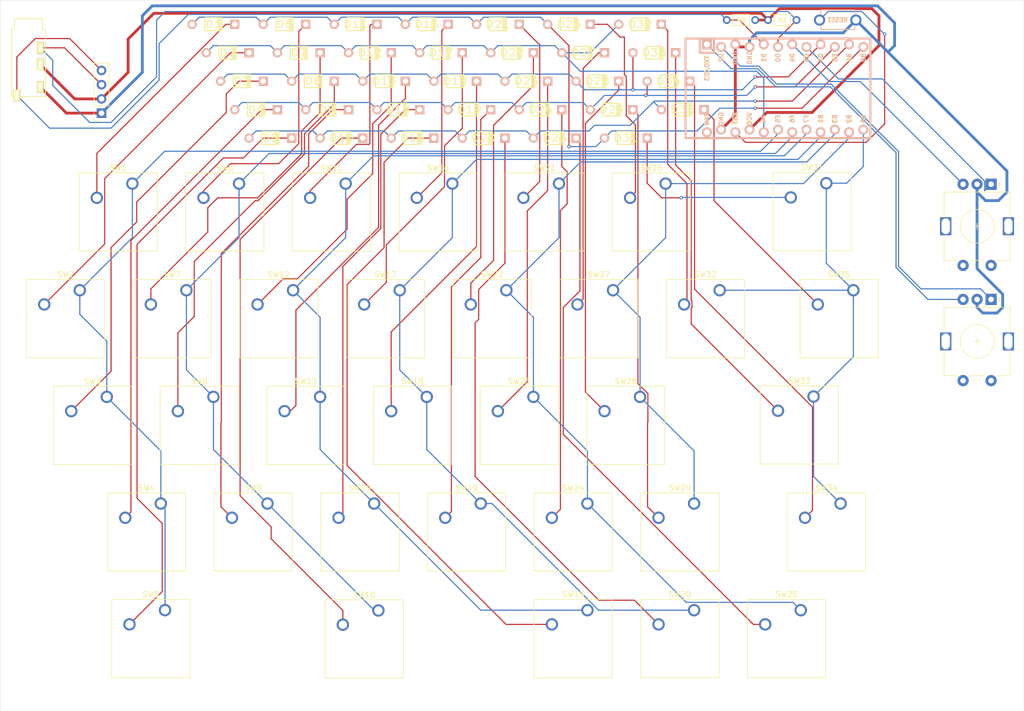
<source format=kicad_pcb>
(kicad_pcb (version 20221018) (generator pcbnew)
  (layers (0 "F.Cu" signal) (31 "B.Cu" signal) (34 "B.Paste" user) (35 "F.Paste" user) (36 "B.SilkS" user "B.Silkscreen") (37 "F.SilkS" user "F.Silkscreen") (38 "B.Mask" user) (39 "F.Mask" user) (44 "Edge.Cuts" user))
  (net 0 "")
  (net 1 "GND")
  (net 2 "VCC")
  (net 3 "SCL")
  (net 4 "reset")
  (net 5 "encE")
  (net 6 "encF")
  (net 7 "encC")
  (net 8 "encD")
  (net 9 "rowB")
  (net 10 "Net-(D3-A)")
  (net 11 "rowC")
  (net 12 "Net-(D4-A)")
  (net 13 "rowD")
  (net 14 "Net-(D5-A)")
  (net 15 "rowE")
  (net 16 "Net-(D6-A)")
  (net 17 "rowA")
  (net 18 "Net-(D7-A)")
  (net 19 "Net-(D8-A)")
  (net 20 "Net-(D9-A)")
  (net 21 "Net-(D10-A)")
  (net 22 "Net-(D11-A)")
  (net 23 "Net-(D12-A)")
  (net 24 "Net-(D13-A)")
  (net 25 "Net-(D14-A)")
  (net 26 "Net-(D15-A)")
  (net 27 "Net-(D16-A)")
  (net 28 "Net-(D17-A)")
  (net 29 "Net-(D18-A)")
  (net 30 "Net-(D19-A)")
  (net 31 "Net-(D20-A)")
  (net 32 "Net-(D21-A)")
  (net 33 "Net-(D22-A)")
  (net 34 "Net-(D23-A)")
  (net 35 "Net-(D24-A)")
  (net 36 "Net-(D25-A)")
  (net 37 "Net-(D26-A)")
  (net 38 "Net-(D27-A)")
  (net 39 "Net-(D28-A)")
  (net 40 "Net-(D29-A)")
  (net 41 "Net-(D32-A)")
  (net 42 "Net-(D33-A)")
  (net 43 "Net-(D34-A)")
  (net 44 "Net-(D35-A)")
  (net 45 "Net-(D31-A)")
  (net 46 "Net-(D1-A)")
  (net 47 "Net-(D2-A)")
  (net 48 "col7")
  (net 49 "col6")
  (net 50 "col5")
  (net 51 "col4")
  (net 52 "col3")
  (net 53 "col2")
  (net 54 "col1")
  (net 56 "SDA")
  (footprint "Library:Diode" (layer "F.Cu") (at 124.46 43.942)
    (fp_text reference "D17")
    (fp_text value "D_Small" hide)
  )
  (footprint "Button_Switch_Keyboard:SW_Cherry_MX_1.00u_PCB" (layer "F.Cu") (at 150.622 124.46)
    (fp_text reference "SW24")
    (fp_text value "KEYSW")
  )
  (footprint "Button_Switch_Keyboard:SW_Cherry_MX_1.00u_PCB" (layer "F.Cu") (at 140.97 105.41)
    (fp_text reference "SW23")
    (fp_text value "KEYSW")
  )
  (footprint "Library:RotaryEncoder_EC11" (layer "F.Cu") (at 220.218 74.93 -90)
    (fp_text reference "ROT2")
    (fp_text value "RotaryEncoder")
  )
  (footprint "Library:Diode" (layer "F.Cu") (at 96.52 38.862)
    (fp_text reference "D6")
    (fp_text value "D_Small" hide)
  )
  (footprint "Button_Switch_Keyboard:SW_Cherry_MX_1.25u_PCB" (layer "F.Cu") (at 113.284 143.5608)
    (fp_text reference "SW10")
    (fp_text value "KEYSW")
  )
  (footprint "Library:Diode" (layer "F.Cu") (at 152.4 49.022)
    (fp_text reference "D28")
    (fp_text value "D_Small" hide)
  )
  (footprint "Connector_PinSocket_2.54mm:PinSocket_1x04_P2.54mm_Vertical" (layer "F.Cu") (at 63.8306 54.727 180)
    (fp_text reference "J1" hide)
    (fp_text value "Conn_01x04")
  )
  (footprint "Button_Switch_Keyboard:SW_Cherry_MX_1.00u_PCB" (layer "F.Cu") (at 169.672 124.46)
    (fp_text reference "SW29")
    (fp_text value "KEYSW")
  )
  (footprint "Button_Switch_Keyboard:SW_Cherry_MX_1.00u_PCB" (layer "F.Cu") (at 136.144 86.36)
    (fp_text reference "SW22")
    (fp_text value "KEYSW")
  )
  (footprint "Library:Diode" (layer "F.Cu") (at 116.84 54.102)
    (fp_text reference "D14")
    (fp_text value "D_Small" hide)
  )
  (footprint "Button_Switch_Keyboard:SW_Cherry_MX_1.00u_PCB" (layer "F.Cu") (at 98.044 86.36)
    (fp_text reference "SW12")
    (fp_text value "KEYSW")
  )
  (footprint "Library:Diode" (layer "F.Cu") (at 111.76 43.942)
    (fp_text reference "D12")
    (fp_text value "D_Small" hide)
  )
  (footprint "Button_Switch_Keyboard:SW_Cherry_MX_1.00u_PCB" (layer "F.Cu") (at 83.82 105.41)
    (fp_text reference "SW8")
    (fp_text value "KEYSW")
  )
  (footprint "Button_Switch_Keyboard:SW_Cherry_MX_1.00u_PCB" (layer "F.Cu") (at 126.492 67.31)
    (fp_text reference "SW16")
    (fp_text value "KEYSW")
  )
  (footprint "Library:Diode" (layer "F.Cu") (at 129.54 54.102)
    (fp_text reference "D19")
    (fp_text value "D_Small" hide)
  )
  (footprint "Keebio-Parts:Diode" (layer "F.Cu") (at 144.78 59.182)
    (fp_text reference "D25")
    (fp_text value "VAL**" hide)
  )
  (footprint "Button_Switch_Keyboard:SW_Cherry_MX_1.00u_PCB" (layer "F.Cu") (at 93.472 124.46)
    (fp_text reference "SW9")
    (fp_text value "KEYSW")
  )
  (footprint "Button_Switch_Keyboard:SW_Cherry_MX_1.00u_PCB" (layer "F.Cu") (at 169.672 143.51)
    (fp_text reference "SW20")
    (fp_text value "KEYSW")
  )
  (footprint "Library:TACT_SWITCH_TVBP06" (layer "F.Cu") (at 195.326 38.1)
    (fp_text reference "SW_A1" hide)
    (fp_text value "SW_PUSH" hide)
  )
  (footprint "Button_Switch_Keyboard:SW_Cherry_MX_1.00u_PCB" (layer "F.Cu") (at 131.572 124.46)
    (fp_text reference "SW19")
    (fp_text value "KEYSW")
  )
  (footprint "Library:Diode" (layer "F.Cu") (at 121.92 38.862)
    (fp_text reference "D16")
    (fp_text value "D_Small" hide)
  )
  (footprint "Library:Diode" (layer "F.Cu") (at 127 49.022)
    (fp_text reference "D18")
    (fp_text value "D_Small" hide)
  )
  (footprint "Keebio-Parts:Diode" (layer "F.Cu") (at 162.56 43.942)
    (fp_text reference "D33")
    (fp_text value "VAL**" hide)
  )
  (footprint "Library:Diode" (layer "F.Cu") (at 104.14 54.102)
    (fp_text reference "D9")
    (fp_text value "D_Small" hide)
  )
  (footprint "Keebio-Parts:Diode" (layer "F.Cu") (at 165.1 49.022)
    (fp_text reference "D34")
    (fp_text value "VAL**" hide)
  )
  (footprint "Library:Diode" (layer "F.Cu") (at 157.48 59.182)
    (fp_text reference "D31")
    (fp_text value "D_Small" hide)
  )
  (footprint "Library:Diode" (layer "F.Cu") (at 101.6 49.022)
    (fp_text reference "D8")
    (fp_text value "D_Small" hide)
  )
  (footprint "Button_Switch_Keyboard:SW_Cherry_MX_1.00u_PCB" (layer "F.Cu") (at 160.02 105.41)
    (fp_text reference "SW28")
    (fp_text value "KEYSW")
  )
  (footprint "Library:Diode" (layer "F.Cu") (at 99.06 43.942)
    (fp_text reference "D7")
    (fp_text value "D_Small" hide)
  )
  (footprint "Library:Diode" (layer "F.Cu") (at 106.68 59.182)
    (fp_text reference "D10")
    (fp_text value "D_Small" hide)
  )
  (footprint "Library:TRRS" (layer "F.Cu") (at 50.8 39.76)
    (fp_text reference "U2" hide)
    (fp_text value "TRRS" hide)
  )
  (footprint "Library:Diode" (layer "F.Cu") (at 139.7 49.022)
    (fp_text reference "D23")
    (fp_text value "D_Small" hide)
  )
  (footprint "Library:RESISTOR" (layer "F.Cu") (at 185.42 38.1 180)
    (fp_text reference "R1")
    (fp_text value "4.7k" hide)
  )
  (footprint "Button_Switch_Keyboard:SW_Cherry_MX_1.75u_PCB" (layer "F.Cu") (at 195.834 124.46)
    (fp_text reference "SW34")
    (fp_text value "KEYSW")
  )
  (footprint "Library:Diode" (layer "F.Cu") (at 88.9 49.022)
    (fp_text reference "D3")
    (fp_text value "D_Small" hide)
  )
  (footprint "Library:Diode" (layer "F.Cu") (at 142.24 54.102)
    (fp_text reference "D24")
    (fp_text value "D_Small" hide)
  )
  (footprint "Library:Diode" (layer "F.Cu") (at 86.36 43.942)
    (fp_text reference "D2")
    (fp_text value "D_Small" hide)
  )
  (footprint "Button_Switch_Keyboard:SW_Cherry_MX_1.00u_PCB" (layer "F.Cu") (at 188.722 143.51)
    (fp_text reference "SW25")
    (fp_text value "KEYSW")
  )
  (footprint "Button_Switch_Keyboard:SW_Cherry_MX_1.00u_PCB" (layer "F.Cu") (at 74.422 124.46)
    (fp_text reference "SW4")
    (fp_text value "KEYSW")
  )
  (footprint "Library:RESISTOR" (layer "F.Cu") (at 178.054 38.1 180)
    (fp_text reference "R2")
    (fp_text value "4.7k" hide)
  )
  (footprint "Button_Switch_Keyboard:SW_Cherry_MX_1.00u_PCB" (layer "F.Cu") (at 164.592 67.31)
    (fp_text reference "SW26")
    (fp_text value "KEYSW")
  )
  (footprint "Library:Diode" (layer "F.Cu") (at 91.44 54.102)
    (fp_text reference "D4")
    (fp_text value "D_Small" hide)
  )
  (footprint "Button_Switch_Keyboard:SW_Cherry_MX_1.00u_PCB" (layer "F.Cu") (at 150.622 143.51)
    (fp_text reference "SW15")
    (fp_text value "KEYSW")
  )
  (footprint "Button_Switch_Keyboard:SW_Cherry_MX_2.75u_PCB" (layer "F.Cu") (at 75.1712 143.4996)
    (fp_text reference "SW5")
    (fp_text value "KEYSW")
  )
  (footprint "Keebio-Parts:Diode" (layer "F.Cu") (at 167.64 54.102)
    (fp_text reference "D35")
    (fp_text value "VAL**" hide)
  )
  (footprint "Library:Diode" (layer "F.Cu") (at 119.38 59.182)
    (fp_text reference "D15")
    (fp_text value "D_Small" hide)
  )
  (footprint "Library:Diode" (layer "F.Cu") (at 93.98 59.182)
    (fp_text reference "D5")
    (fp_text value "D_Small" hide)
  )
  (footprint "Button_Switch_Keyboard:SW_Cherry_MX_1.00u_PCB" (layer "F.Cu") (at 174.244 86.36)
    (fp_text reference "SW32")
    (fp_text value "KEYSW")
  )
  (footprint "Button_Switch_Keyboard:SW_Cherry_MX_1.00u_PCB" (layer "F.Cu") (at 145.542 67.31)
    (fp_text reference "SW21")
    (fp_text value "KEYSW")
  )
  (footprint "Library:Diode" (layer "F.Cu") (at 109.22 38.862)
    (fp_text reference "D11")
    (fp_text value "D_Small" hide)
  )
  (footprint "Button_Switch_Keyboard:SW_Cherry_MX_1.00u_PCB" (layer "F.Cu") (at 155.194 86.36)
    (fp_text reference "SW27")
    (fp_text value "KEYSW")
  )
  (footprint "Button_Switch_Keyboard:SW_Cherry_MX_1.00u_PCB" (layer "F.Cu") (at 121.92 105.41)
    (fp_text reference "SW18")
    (fp_text value "KEYSW")
  )
  (footprint "Library:Diode" (layer "F.Cu") (at 149.86 43.942)
    (fp_text reference "D27")
    (fp_text value "D_Small" hide)
  )
  (footprint "Button_Switch_Keyboard:SW_Cherry_MX_1.50u_PCB" (layer "F.Cu") (at 198.12 86.36)
    (fp_text reference "SW35")
    (fp_text value "KEYSW")
  )
  (footprint "Button_Switch_Keyboard:SW_Cherry_MX_2.00u_PCB" (layer "F.Cu") (at 193.294 67.244)
    (fp_text reference "SW31")
    (fp_text value "KEYSW")
  )
  (footprint "Library:Diode" (layer "F.Cu") (at 154.94 54.102)
    (fp_text reference "D29")
    (fp_text value "D_Small" hide)
  )
  (footprint "Button_Switch_Keyboard:SW_Cherry_MX_1.00u_PCB" (layer "F.Cu") (at 107.442 67.31)
    (fp_text reference "SW11")
    (fp_text value "KEYSW")
  )
  (footprint "Button_Switch_Keyboard:SW_Cherry_MX_1.00u_PCB" (layer "F.Cu") (at 112.522 124.46)
    (fp_text reference "SW14")
    (fp_text value "KEYSW")
  )
  (footprint "Library:Diode" (layer "F.Cu") (at 147.32 38.862)
    (fp_text reference "D26")
    (fp_text value "D_Small" hide)
  )
  (footprint "Library:Diode" (layer "F.Cu") (at 114.3 49.022)
    (fp_text reference "D13")
    (fp_text value "D_Small" hide)
  )
  (footprint "Library:Diode" (layer "F.Cu") (at 132.08 59.182)
    (fp_text reference "D20")
    (fp_text value "D_Small" hide)
  )
  (footprint "Library:RotaryEncoder_EC11" (layer "F.Cu") (at 220.218 95.504 -90)
    (fp_text reference "ROT1")
    (fp_text value "RotaryEncoder")
  )
  (footprint "Button_Switch_Keyboard:SW_Cherry_MX_2.25u_PCB" (layer "F.Cu") (at 191.008 105.344)
    (fp_text reference "SW33")
    (fp_text value "KEYSW")
  )
  (footprint "Button_Switch_Keyboard:SW_Cherry_MX_1.00u_PCB" (layer "F.Cu") (at 64.77 105.41)
    (fp_text reference "SW3")
    (fp_text value "KEYSW")
  )
  (footprint "Keebio-Parts:Diode" (layer "F.Cu") (at 160.02 38.862)
    (fp_text reference "D32")
    (fp_text value "VAL**" hide)
  )
  (footprint "Button_Switch_Keyboard:SW_Cherry_MX_1.00u_PCB" (layer "F.Cu") (at 88.392 67.31)
    (fp_text reference "SW6")
    (fp_text value "KEYSW")
  )
  (footprint "Button_Switch_Keyboard:SW_Cherry_MX_1.00u_PCB" (layer "F.Cu") (at 102.87 105.41)
    (fp_text reference "SW13")
    (fp_text value "KEYSW")
  )
  (footprint "Button_Switch_Keyboard:SW_Cherry_MX_1.00u_PCB" (layer "F.Cu") (at 69.342 67.31)
    (fp_text reference "SW1")
    (fp_text value "KEYSW")
  )
  (footprint "Library:Diode" (layer "F.Cu") (at 134.62 38.862)
    (fp_text reference "D21")
    (fp_text value "D_Small" hide)
  )
  (footprint "Button_Switch_Keyboard:SW_Cherry_MX_1.00u_PCB" (layer "F.Cu") (at 59.944 86.36)
    (fp_text reference "SW2")
    (fp_text value "KEYSW")
  )
  (footprint "Library:Diode" (layer "F.Cu") (at 137.16 43.942)
    (fp_text reference "D22")
    (fp_text value "D_Small" hide)
  )
  (footprint "Button_Switch_Keyboard:SW_Cherry_MX_1.00u_PCB" (layer "F.Cu") (at 78.994 86.36)
    (fp_text reference "SW7")
    (fp_text value "KEYSW")
  )
  (footprint "Button_Switch_Keyboard:SW_Cherry_MX_1.00u_PCB" (layer "F.Cu") (at 117.094 86.36)
    (fp_text reference "SW17")
    (fp_text value "KEYSW")
  )
  (footprint "Library:Diode" (layer "F.Cu") (at 83.82 38.862)
    (fp_text reference "D1")
    (fp_text value "D_Small" hide)
  )
  (footprint "Keebio-Parts:ArduinoProMicro-ZigZag" (layer "B.Cu") (at 185.928 50.292)
    (fp_text reference "U1" hide)
    (fp_text value "ProMicro" hide)
  )
  (gr_line (start 45.72 34.544) (end 228.6 34.544) (stroke (width 0.05)) (layer "Edge.Cuts"))
  (gr_line (start 228.6 34.544) (end 228.6 161.544) (stroke (width 0.05)) (layer "Edge.Cuts"))
  (gr_line (start 228.6 161.544) (end 45.72 161.544) (stroke (width 0.05)) (layer "Edge.Cuts"))
  (gr_line (start 45.72 161.544) (end 45.72 34.544) (stroke (width 0.05)) (layer "Edge.Cuts"))
  (segment (start 174.498 57.6834) (end 177.038 55.1434) (width 0.5) (layer "F.Cu") (net 1))
  (segment (start 179.1208 42.4434) (end 179.578 42.9006) (width 0.2) (layer "F.Cu") (net 1))
  (segment (start 177.038 55.1434) (end 177.038 44.958) (width 0.5) (layer "F.Cu") (net 1))
  (segment (start 177.038 44.958) (end 177.038 42.4434) (width 0.5) (layer "F.Cu") (net 1))
  (segment (start 177.4952 42.9006) (end 179.578 42.9006) (width 0.5) (layer "F.Cu") (net 1))
  (segment (start 177.4952 42.9006) (end 177.038 42.4434) (width 0.2) (layer "F.Cu") (net 1))
  (segment (start 57.567 54.727) (end 52.9 50.06) (width 0.5) (layer "F.Cu") (net 1))
  (segment (start 63.8306 54.727) (end 57.567 54.727) (width 0.5) (layer "F.Cu") (net 1))
  (segment (start 224.79 87.068) (end 224.79 89.408) (width 0.5) (layer "B.Cu") (net 1))
  (segment (start 72.898 35.56) (end 71.12 37.338) (width 0.5) (layer "B.Cu") (net 1))
  (segment (start 196.443 40.233) (end 196.29 40.386) (width 0.5) (layer "B.Cu") (net 1))
  (segment (start 220.218 67.43) (end 220.218 82.496) (width 0.5) (layer "B.Cu") (net 1))
  (segment (start 221.731787 70.358) (end 220.218 68.844213) (width 0.5) (layer "B.Cu") (net 1))
  (segment (start 205.486 42.672) (end 205.486 38.608) (width 0.5) (layer "B.Cu") (net 1))
  (segment (start 204.317 43.841) (end 225.552 65.076) (width 0.5) (layer "B.Cu") (net 1))
  (segment (start 224.79 89.408) (end 223.774 90.424) (width 0.5) (layer "B.Cu") (net 1))
  (segment (start 224.028 70.358) (end 221.731787 70.358) (width 0.5) (layer "B.Cu") (net 1))
  (segment (start 198.576 38.1) (end 204.317 43.841) (width 0.5) (layer "B.Cu") (net 1))
  (segment (start 179.578 41.656) (end 179.578 42.9006) (width 0.5) (layer "B.Cu") (net 1))
  (segment (start 225.552 65.076) (end 225.552 68.834) (width 0.5) (layer "B.Cu") (net 1))
  (segment (start 220.218 82.496) (end 224.79 87.068) (width 0.5) (layer "B.Cu") (net 1))
  (segment (start 196.29 40.386) (end 180.848 40.386) (width 0.5) (layer "B.Cu") (net 1))
  (segment (start 71.12 37.338) (end 71.12 47.4376) (width 0.5) (layer "B.Cu") (net 1))
  (segment (start 204.317 43.841) (end 205.486 42.672) (width 0.5) (layer "B.Cu") (net 1))
  (segment (start 71.12 47.4376) (end 63.8306 54.727) (width 0.5) (layer "B.Cu") (net 1))
  (segment (start 220.218 89.418213) (end 220.218 88.004) (width 0.5) (layer "B.Cu") (net 1))
  (segment (start 220.218 68.844213) (end 220.218 67.43) (width 0.5) (layer "B.Cu") (net 1))
  (segment (start 180.848 40.386) (end 179.578 41.656) (width 0.5) (layer "B.Cu") (net 1))
  (segment (start 223.774 90.424) (end 221.223787 90.424) (width 0.5) (layer "B.Cu") (net 1))
  (segment (start 225.552 68.834) (end 224.028 70.358) (width 0.5) (layer "B.Cu") (net 1))
  (segment (start 221.223787 90.424) (end 220.218 89.418213) (width 0.5) (layer "B.Cu") (net 1))
  (segment (start 205.486 38.608) (end 202.438 35.56) (width 0.5) (layer "B.Cu") (net 1))
  (segment (start 198.576 38.1) (end 196.443 40.233) (width 0.5) (layer "B.Cu") (net 1))
  (segment (start 202.438 35.56) (end 72.898 35.56) (width 0.5) (layer "B.Cu") (net 1))
  (segment (start 182.6514 54.61) (end 190.754 54.61) (width 0.5) (layer "F.Cu") (net 2))
  (segment (start 181.6775 36.8975) (end 73.1813 36.8975) (width 0.5) (layer "F.Cu") (net 2))
  (segment (start 201.422 36.068) (end 184.912 36.068) (width 0.5) (layer "F.Cu") (net 2))
  (segment (start 182.88 38.1) (end 180.594 38.1) (width 0.5) (layer "F.Cu") (net 2))
  (segment (start 59.027 52.187) (end 52.9 46.06) (width 0.5) (layer "F.Cu") (net 2))
  (segment (start 190.754 54.61) (end 202.692 42.672) (width 0.5) (layer "F.Cu") (net 2))
  (segment (start 184.912 36.068) (end 182.88 38.1) (width 0.5) (layer "F.Cu") (net 2))
  (segment (start 179.578 57.6834) (end 182.6514 54.61) (width 0.5) (layer "F.Cu") (net 2))
  (segment (start 202.692 37.338) (end 201.422 36.068) (width 0.5) (layer "F.Cu") (net 2))
  (segment (start 202.692 42.672) (end 202.692 37.338) (width 0.5) (layer "F.Cu") (net 2))
  (segment (start 73.1813 36.8975) (end 68.58 41.4988) (width 0.5) (layer "F.Cu") (net 2))
  (segment (start 182.88 38.1) (end 181.6775 36.8975) (width 0.5) (layer "F.Cu") (net 2))
  (segment (start 68.58 41.4988) (end 68.58 47.4376) (width 0.5) (layer "F.Cu") (net 2))
  (segment (start 68.58 47.4376) (end 63.8306 52.187) (width 0.5) (layer "F.Cu") (net 2))
  (segment (start 63.8306 52.187) (end 59.027 52.187) (width 0.5) (layer "F.Cu") (net 2))
  (segment (start 57.2436 43.06) (end 63.8306 49.647) (width 0.2) (layer "F.Cu") (net 3))
  (segment (start 52.9 43.06) (end 57.2436 43.06) (width 0.2) (layer "F.Cu") (net 3))
  (segment (start 187.96 38.1) (end 184.658 41.402) (width 0.2) (layer "F.Cu") (net 3))
  (segment (start 184.658 41.402) (end 184.658 42.9006) (width 0.2) (layer "F.Cu") (net 3))
  (segment (start 187.96 38.1) (end 186.436 36.576) (width 0.2) (layer "B.Cu") (net 3))
  (segment (start 186.436 36.576) (end 75.184 36.576) (width 0.2) (layer "B.Cu") (net 3))
  (segment (start 55.118 45.278) (end 52.9 43.06) (width 0.2) (layer "B.Cu") (net 3))
  (segment (start 55.118 49.784) (end 55.118 45.278) (width 0.2) (layer "B.Cu") (net 3))
  (segment (start 61.722 56.388) (end 55.118 49.784) (width 0.2) (layer "B.Cu") (net 3))
  (segment (start 75.184 36.576) (end 73.66 38.1) (width 0.2) (layer "B.Cu") (net 3))
  (segment (start 73.66 48.26) (end 65.532 56.388) (width 0.2) (layer "B.Cu") (net 3))
  (segment (start 73.66 38.1) (end 73.66 48.26) (width 0.2) (layer "B.Cu") (net 3))
  (segment (start 65.532 56.388) (end 61.722 56.388) (width 0.2) (layer "B.Cu") (net 3))
  (segment (start 178.8414 59.944) (end 200.406 59.944) (width 0.2) (layer "F.Cu") (net 4))
  (segment (start 200.406 59.944) (end 203.708 56.642) (width 0.2) (layer "F.Cu") (net 4))
  (segment (start 203.708 56.642) (end 203.708 40.64) (width 0.2) (layer "F.Cu") (net 4))
  (segment (start 177.038 58.1406) (end 178.8414 59.944) (width 0.2) (layer "F.Cu") (net 4))
  (via (at 203.708 40.64) (size 0.6) (drill 0.3) (layers "F.Cu" "B.Cu") (net 4))
  (segment (start 203.708 40.64) (end 199.644 36.576) (width 0.2) (layer "B.Cu") (net 4))
  (segment (start 193.6 36.576) (end 192.076 38.1) (width 0.2) (layer "B.Cu") (net 4))
  (segment (start 199.644 36.576) (end 193.6 36.576) (width 0.2) (layer "B.Cu") (net 4))
  (segment (start 199.364 49.076) (end 217.718 67.43) (width 0.2) (layer "B.Cu") (net 5))
  (segment (start 193.8306 49.076) (end 199.364 49.076) (width 0.2) (layer "B.Cu") (net 5))
  (segment (start 187.198 42.4434) (end 193.8306 49.076) (width 0.2) (layer "B.Cu") (net 5))
  (segment (start 222.718 67.43) (end 221.572 68.576) (width 0.2) (layer "B.Cu") (net 6))
  (segment (start 195.4594 48.622) (end 189.738 42.9006) (width 0.2) (layer "B.Cu") (net 6))
  (segment (start 221.572 68.576) (end 221.572 66.869154) (width 0.2) (layer "B.Cu") (net 6))
  (segment (start 203.324846 48.622) (end 195.4594 48.622) (width 0.2) (layer "B.Cu") (net 6))
  (segment (start 221.572 66.869154) (end 203.324846 48.622) (width 0.2) (layer "B.Cu") (net 6))
  (segment (start 211.448 88.004) (end 217.718 88.004) (width 0.2) (layer "B.Cu") (net 7))
  (segment (start 193.992507 50.038) (end 205.74 61.785493) (width 0.2) (layer "B.Cu") (net 7))
  (segment (start 184.284052 50.038) (end 193.992507 50.038) (width 0.2) (layer "B.Cu") (net 7))
  (segment (start 176.3046 46.79) (end 181.036052 46.79) (width 0.2) (layer "B.Cu") (net 7))
  (segment (start 205.74 61.785493) (end 205.74 82.296) (width 0.2) (layer "B.Cu") (net 7))
  (segment (start 181.036052 46.79) (end 184.284052 50.038) (width 0.2) (layer "B.Cu") (net 7))
  (segment (start 205.74 82.296) (end 211.448 88.004) (width 0.2) (layer "B.Cu") (net 7))
  (segment (start 171.958 42.4434) (end 176.3046 46.79) (width 0.2) (layer "B.Cu") (net 7))
  (segment (start 206.194 82.107948) (end 206.194 61.59744) (width 0.2) (layer "B.Cu") (net 8))
  (segment (start 210.192052 86.106) (end 206.194 82.107948) (width 0.2) (layer "B.Cu") (net 8))
  (segment (start 222.718 88.004) (end 220.82 86.106) (width 0.2) (layer "B.Cu") (net 8))
  (segment (start 184.418105 49.53) (end 181.224105 46.336) (width 0.2) (layer "B.Cu") (net 8))
  (segment (start 177.9334 46.336) (end 174.498 42.9006) (width 0.2) (layer "B.Cu") (net 8))
  (segment (start 206.194 61.59744) (end 194.12656 49.53) (width 0.2) (layer "B.Cu") (net 8))
  (segment (start 181.224105 46.336) (end 177.9334 46.336) (width 0.2) (layer "B.Cu") (net 8))
  (segment (start 194.12656 49.53) (end 184.418105 49.53) (width 0.2) (layer "B.Cu") (net 8))
  (segment (start 220.82 86.106) (end 210.192052 86.106) (width 0.2) (layer "B.Cu") (net 8))
  (segment (start 186.4614 48.26) (end 192.278 42.4434) (width 0.2) (layer "F.Cu") (net 9))
  (segment (start 180.594 48.26) (end 186.4614 48.26) (width 0.2) (layer "F.Cu") (net 9))
  (segment (start 158.75 50.546) (end 158.75 43.942) (width 0.2) (layer "F.Cu") (net 9))
  (via (at 158.75 50.546) (size 0.6) (drill 0.3) (layers "F.Cu" "B.Cu") (net 9))
  (via (at 180.594 48.26) (size 0.6) (drill 0.3) (layers "F.Cu" "B.Cu") (net 9))
  (segment (start 85.09 49.022) (end 86.36 47.752) (width 0.2) (layer "B.Cu") (net 9))
  (segment (start 135.89 49.022) (end 137.16 47.752) (width 0.2) (layer "B.Cu") (net 9))
  (segment (start 134.62 47.752) (end 135.89 49.022) (width 0.2) (layer "B.Cu") (net 9))
  (segment (start 96.52 47.752) (end 97.79 49.022) (width 0.2) (layer "B.Cu") (net 9))
  (segment (start 97.79 49.022) (end 99.06 47.752) (width 0.2) (layer "B.Cu") (net 9))
  (segment (start 109.22 47.752) (end 110.49 49.022) (width 0.2) (layer "B.Cu") (net 9))
  (segment (start 137.16 47.752) (end 147.32 47.752) (width 0.2) (layer "B.Cu") (net 9))
  (segment (start 147.32 47.752) (end 148.59 49.022) (width 0.2) (layer "B.Cu") (net 9))
  (segment (start 150.114 50.546) (end 158.75 50.546) (width 0.2) (layer "B.Cu") (net 9))
  (segment (start 99.06 47.752) (end 109.22 47.752) (width 0.2) (layer "B.Cu") (net 9))
  (segment (start 121.92 47.752) (end 123.19 49.022) (width 0.2) (layer "B.Cu") (net 9))
  (segment (start 148.59 49.022) (end 150.114 50.546) (width 0.2) (layer "B.Cu") (net 9))
  (segment (start 110.49 49.022) (end 111.76 47.752) (width 0.2) (layer "B.Cu") (net 9))
  (segment (start 158.75 50.546) (end 178.308 50.546) (width 0.2) (layer "B.Cu") (net 9))
  (segment (start 86.36 47.752) (end 96.52 47.752) (width 0.2) (layer "B.Cu") (net 9))
  (segment (start 111.76 47.752) (end 121.92 47.752) (width 0.2) (layer "B.Cu") (net 9))
  (segment (start 178.308 50.546) (end 180.594 48.26) (width 0.2) (layer "B.Cu") (net 9))
  (segment (start 124.46 47.752) (end 134.62 47.752) (width 0.2) (layer "B.Cu") (net 9))
  (segment (start 123.19 49.022) (end 124.46 47.752) (width 0.2) (layer "B.Cu") (net 9))
  (segment (start 65.532 100.838) (end 58.42 107.95) (width 0.2) (layer "F.Cu") (net 10))
  (segment (start 70.104 70.612) (end 70.104 74.168) (width 0.2) (layer "F.Cu") (net 10))
  (segment (start 86.106 51.308) (end 86.106 54.61) (width 0.2) (layer "F.Cu") (net 10))
  (segment (start 65.532 78.74) (end 65.532 100.838) (width 0.2) (layer "F.Cu") (net 10))
  (segment (start 92.71 49.022) (end 88.392 49.022) (width 0.2) (layer "F.Cu") (net 10))
  (segment (start 86.106 54.61) (end 70.104 70.612) (width 0.2) (layer "F.Cu") (net 10))
  (segment (start 70.104 74.168) (end 65.532 78.74) (width 0.2) (layer "F.Cu") (net 10))
  (segment (start 88.392 49.022) (end 86.106 51.308) (width 0.2) (layer "F.Cu") (net 10))
  (segment (start 161.29 51.308) (end 161.29 49.022) (width 0.2) (layer "F.Cu") (net 11))
  (segment (start 180.594 50.038) (end 187.6806 50.038) (width 0.2) (layer "F.Cu") (net 11))
  (segment (start 161.036 51.562) (end 161.29 51.308) (width 0.2) (layer "F.Cu") (net 11))
  (segment (start 187.6806 50.038) (end 194.818 42.9006) (width 0.2) (layer "F.Cu") (net 11))
  (via (at 161.036 51.562) (size 0.6) (drill 0.3) (layers "F.Cu" "B.Cu") (net 11))
  (via (at 180.594 50.038) (size 0.6) (drill 0.3) (layers "F.Cu" "B.Cu") (net 11))
  (segment (start 151.13 54.102) (end 149.86 52.832) (width 0.2) (layer "B.Cu") (net 11))
  (segment (start 138.43 54.102) (end 137.16 52.832) (width 0.2) (layer "B.Cu") (net 11))
  (segment (start 100.33 54.102) (end 99.06 52.832) (width 0.2) (layer "B.Cu") (net 11))
  (segment (start 137.16 52.832) (end 127 52.832) (width 0.2) (layer "B.Cu") (net 11))
  (segment (start 180.594 50.038) (end 179.07 51.562) (width 0.2) (layer "B.Cu") (net 11))
  (segment (start 125.73 54.102) (end 124.46 52.832) (width 0.2) (layer "B.Cu") (net 11))
  (segment (start 139.7 52.832) (end 138.43 54.102) (width 0.2) (layer "B.Cu") (net 11))
  (segment (start 101.6 52.832) (end 100.33 54.102) (width 0.2) (layer "B.Cu") (net 11))
  (segment (start 127 52.832) (end 125.73 54.102) (width 0.2) (layer "B.Cu") (net 11))
  (segment (start 149.86 52.832) (end 139.7 52.832) (width 0.2) (layer "B.Cu") (net 11))
  (segment (start 153.67 51.562) (end 151.13 54.102) (width 0.2) (layer "B.Cu") (net 11))
  (segment (start 124.46 52.832) (end 114.3 52.832) (width 0.2) (layer "B.Cu") (net 11))
  (segment (start 99.06 52.832) (end 88.9 52.832) (width 0.2) (layer "B.Cu") (net 11))
  (segment (start 179.07 51.562) (end 161.036 51.562) (width 0.2) (layer "B.Cu") (net 11))
  (segment (start 88.9 52.832) (end 87.63 54.102) (width 0.2) (layer "B.Cu") (net 11))
  (segment (start 161.036 51.562) (end 153.67 51.562) (width 0.2) (layer "B.Cu") (net 11))
  (segment (start 114.3 52.832) (end 113.03 54.102) (width 0.2) (layer "B.Cu") (net 11))
  (segment (start 111.76 52.832) (end 101.6 52.832) (width 0.2) (layer "B.Cu") (net 11))
  (segment (start 113.03 54.102) (end 111.76 52.832) (width 0.2) (layer "B.Cu") (net 11))
  (segment (start 92.456 54.102) (end 69.088 77.47) (width 0.2) (layer "F.Cu") (net 12))
  (segment (start 69.088 77.47) (end 69.088 125.984) (width 0.2) (layer "F.Cu") (net 12))
  (segment (start 95.25 54.102) (end 92.456 54.102) (width 0.2) (layer "F.Cu") (net 12))
  (segment (start 69.088 125.984) (end 68.072 127) (width 0.2) (layer "F.Cu") (net 12))
  (segment (start 187.2234 52.578) (end 197.358 42.4434) (width 0.2) (layer "F.Cu") (net 13))
  (segment (start 180.594 52.578) (end 187.2234 52.578) (width 0.2) (layer "F.Cu") (net 13))
  (via (at 180.594 52.578) (size 0.6) (drill 0.3) (layers "F.Cu" "B.Cu") (net 13))
  (segment (start 134.874 57.912) (end 129.54 57.912) (width 0.2) (layer "B.Cu") (net 13))
  (segment (start 139.7 57.912) (end 134.874 57.912) (width 0.2) (layer "B.Cu") (net 13))
  (segment (start 114.3 57.912) (end 115.57 59.182) (width 0.2) (layer "B.Cu") (net 13))
  (segment (start 163.83 54.102) (end 162.56 52.832) (width 0.2) (layer "B.Cu") (net 13))
  (segment (start 151.892 56.896) (end 158.242 56.896) (width 0.2) (layer "B.Cu") (net 13))
  (segment (start 150.876 57.912) (end 151.892 56.896) (width 0.2) (layer "B.Cu") (net 13))
  (segment (start 104.14 57.912) (end 114.3 57.912) (width 0.2) (layer "B.Cu") (net 13))
  (segment (start 91.44 57.912) (end 90.17 59.182) (width 0.2) (layer "B.Cu") (net 13))
  (segment (start 142.24 57.912) (end 150.876 57.912) (width 0.2) (layer "B.Cu") (net 13))
  (segment (start 115.57 59.182) (end 116.84 57.912) (width 0.2) (layer "B.Cu") (net 13))
  (segment (start 116.84 57.912) (end 127 57.912) (width 0.2) (layer "B.Cu") (net 13))
  (segment (start 128.27 59.182) (end 129.54 57.912) (width 0.2) (layer "B.Cu") (net 13))
  (segment (start 102.87 59.182) (end 101.6 57.912) (width 0.2) (layer "B.Cu") (net 13))
  (segment (start 158.242 56.896) (end 162.56 52.578) (width 0.2) (layer "B.Cu") (net 13))
  (segment (start 162.56 52.578) (end 180.594 52.578) (width 0.2) (layer "B.Cu") (net 13))
  (segment (start 102.87 59.182) (end 104.14 57.912) (width 0.2) (layer "B.Cu") (net 13))
  (segment (start 162.56 52.832) (end 162.56 52.578) (width 0.2) (layer "B.Cu") (net 13))
  (segment (start 101.6 57.912) (end 91.44 57.912) (width 0.2) (layer "B.Cu") (net 13))
  (segment (start 127 57.912) (end 128.27 59.182) (width 0.2) (layer "B.Cu") (net 13))
  (segment (start 140.97 59.182) (end 139.7 57.912) (width 0.2) (layer "B.Cu") (net 13))
  (segment (start 140.97 59.182) (end 142.24 57.912) (width 0.2) (layer "B.Cu") (net 13))
  (segment (start 97.79 59.182) (end 92.71 59.182) (width 0.2) (layer "F.Cu") (net 14))
  (segment (start 70.174 78.162) (end 70.174 123.514) (width 0.2) (layer "F.Cu") (net 14))
  (segment (start 74.676 140.1848) (end 68.8212 146.0396) (width 0.2) (layer "F.Cu") (net 14))
  (segment (start 74.676 128.016) (end 74.676 140.1848) (width 0.2) (layer "F.Cu") (net 14))
  (segment (start 70.174 123.514) (end 74.676 128.016) (width 0.2) (layer "F.Cu") (net 14))
  (segment (start 85.598 62.738) (end 70.174 78.162) (width 0.2) (layer "F.Cu") (net 14))
  (segment (start 89.154 62.738) (end 85.598 62.738) (width 0.2) (layer "F.Cu") (net 14))
  (segment (start 92.71 59.182) (end 89.154 62.738) (width 0.2) (layer "F.Cu") (net 14))
  (segment (start 147.32 42.672) (end 147.32 60.706) (width 0.2) (layer "F.Cu") (net 15))
  (segment (start 143.51 38.862) (end 147.32 42.672) (width 0.2) (layer "F.Cu") (net 15))
  (segment (start 199.898 42.9006) (end 188.9506 53.848) (width 0.2) (layer "F.Cu") (net 15))
  (segment (start 188.9506 53.848) (end 180.594 53.848) (width 0.2) (layer "F.Cu") (net 15))
  (via (at 180.594 53.848) (size 0.6) (drill 0.3) (layers "F.Cu" "B.Cu") (net 15))
  (via (at 147.32 60.706) (size 0.6) (drill 0.3) (layers "F.Cu" "B.Cu") (net 15))
  (segment (start 119.38 37.592) (end 129.54 37.592) (width 0.2) (layer "B.Cu") (net 15))
  (segment (start 104.14 37.592) (end 105.41 38.862) (width 0.2) (layer "B.Cu") (net 15))
  (segment (start 106.68 37.592) (end 116.84 37.592) (width 0.2) (layer "B.Cu") (net 15))
  (segment (start 154.94 57.912) (end 170.18 57.912) (width 0.2) (layer "B.Cu") (net 15))
  (segment (start 93.98 37.592) (end 104.14 37.592) (width 0.2) (layer "B.Cu") (net 15))
  (segment (start 91.44 37.592) (end 92.71 38.862) (width 0.2) (layer "B.Cu") (net 15))
  (segment (start 105.41 38.862) (end 106.68 37.592) (width 0.2) (layer "B.Cu") (net 15))
  (segment (start 130.81 38.862) (end 132.08 37.592) (width 0.2) (layer "B.Cu") (net 15))
  (segment (start 174.244 53.848) (end 180.594 53.848) (width 0.2) (layer "B.Cu") (net 15))
  (segment (start 153.67 59.182) (end 154.94 57.912) (width 0.2) (layer "B.Cu") (net 15))
  (segment (start 132.08 37.592) (end 142.24 37.592) (width 0.2) (layer "B.Cu") (net 15))
  (segment (start 142.24 37.592) (end 143.51 38.862) (width 0.2) (layer "B.Cu") (net 15))
  (segment (start 147.32 60.706) (end 152.146 60.706) (width 0.2) (layer "B.Cu") (net 15))
  (segment (start 116.84 37.592) (end 118.11 38.862) (width 0.2) (layer "B.Cu") (net 15))
  (segment (start 92.71 38.862) (end 93.98 37.592) (width 0.2) (layer "B.Cu") (net 15))
  (segment (start 152.146 60.706) (end 153.67 59.182) (width 0.2) (layer "B.Cu") (net 15))
  (segment (start 80.01 38.862) (end 81.28 37.592) (width 0.2) (layer "B.Cu") (net 15))
  (segment (start 129.54 37.592) (end 130.81 38.862) (width 0.2) (layer "B.Cu") (net 15))
  (segment (start 170.18 57.912) (end 174.244 53.848) (width 0.2) (layer "B.Cu") (net 15))
  (segment (start 81.28 37.592) (end 91.44 37.592) (width 0.2) (layer "B.Cu") (net 15))
  (segment (start 118.11 38.862) (end 119.38 37.592) (width 0.2) (layer "B.Cu") (net 15))
  (segment (start 99.06 60.163) (end 95.469 63.754) (width 0.2) (layer "F.Cu") (net 16))
  (segment (start 95.469 63.754) (end 86.868 63.754) (width 0.2) (layer "F.Cu") (net 16))
  (segment (start 86.868 63.754) (end 82.042 68.58) (width 0.2) (layer "F.Cu") (net 16))
  (segment (start 82.042 68.58) (end 82.042 69.85) (width 0.2) (layer "F.Cu") (net 16))
  (segment (start 99.06 40.132) (end 99.06 60.163) (width 0.2) (layer "F.Cu") (net 16))
  (segment (start 100.33 38.862) (end 99.06 40.132) (width 0.2) (layer "F.Cu") (net 16))
  (segment (start 180.848 47.244) (end 149.352 47.244) (width 0.2) (layer "B.Cu") (net 17))
  (segment (start 83.82 42.672) (end 82.55 43.942) (width 0.2) (layer "B.Cu") (net 17))
  (segment (start 156.21 38.862) (end 151.13 43.942) (width 0.2) (layer "B.Cu") (net 17))
  (segment (start 151.13 43.942) (end 146.05 43.942) (width 0.2) (layer "B.Cu") (net 17))
  (segment (start 144.78 42.672) (end 134.62 42.672) (width 0.2) (layer "B.Cu") (net 17))
  (segment (start 134.62 42.672) (end 133.35 43.942) (width 0.2) (layer "B.Cu") (net 17))
  (segment (start 93.98 42.672) (end 83.82 42.672) (width 0.2) (layer "B.Cu") (net 17))
  (segment (start 149.352 47.244) (end 146.05 43.942) (width 0.2) (layer "B.Cu") (net 17))
  (segment (start 121.92 42.672) (end 120.65 43.942) (width 0.2) (layer "B.Cu") (net 17))
  (segment (start 95.25 43.942) (end 93.98 42.672) (width 0.2) (layer "B.Cu") (net 17))
  (segment (start 182.118 48.514) (end 180.848 47.244) (width 0.2) (layer "B.Cu") (net 17))
  (segment (start 133.35 43.942) (end 132.08 42.672) (width 0.2) (layer "B.Cu") (net 17))
  (segment (start 132.08 42.672) (end 121.92 42.672) (width 0.2) (layer "B.Cu") (net 17))
  (segment (start 109.22 42.672) (end 107.95 43.942) (width 0.2) (layer "B.Cu") (net 17))
  (segment (start 107.95 43.942) (end 106.68 42.672) (width 0.2) (layer "B.Cu") (net 17))
  (segment (start 120.65 43.942) (end 119.38 42.672) (width 0.2) (layer "B.Cu") (net 17))
  (segment (start 182.118 58.1406) (end 182.118 48.514) (width 0.2) (layer "B.Cu") (net 17))
  (segment (start 119.38 42.672) (end 109.22 42.672) (width 0.2) (layer "B.Cu") (net 17))
  (segment (start 146.05 43.942) (end 144.78 42.672) (width 0.2) (layer "B.Cu") (net 17))
  (segment (start 106.68 42.672) (end 96.52 42.672) (width 0.2) (layer "B.Cu") (net 17))
  (segment (start 96.52 42.672) (end 95.25 43.942) (width 0.2) (layer "B.Cu") (net 17))
  (segment (start 91.715402 69.85) (end 84.582 69.85) (width 0.2) (layer "F.Cu") (net 18))
  (segment (start 99.568 61.997402) (end 91.715402 69.85) (width 0.2) (layer "F.Cu") (net 18))
  (segment (start 84.582 69.85) (end 82.804 71.628) (width 0.2) (layer "F.Cu") (net 18))
  (segment (start 102.87 43.942) (end 102.87 54.61) (width 0.2) (layer "F.Cu") (net 18))
  (segment (start 99.568 57.912) (end 99.568 61.997402) (width 0.2) (layer "F.Cu") (net 18))
  (segment (start 102.87 54.61) (end 99.568 57.912) (width 0.2) (layer "F.Cu") (net 18))
  (segment (start 72.644 86.106) (end 72.644 88.9) (width 0.2) (layer "F.Cu") (net 18))
  (segment (start 82.804 71.628) (end 82.804 75.946) (width 0.2) (layer "F.Cu") (net 18))
  (segment (start 82.804 75.946) (end 72.644 86.106) (width 0.2) (layer "F.Cu") (net 18))
  (segment (start 105.41 53.086) (end 100.076 58.42) (width 0.2) (layer "F.Cu") (net 19))
  (segment (start 105.41 49.022) (end 105.41 53.086) (width 0.2) (layer "F.Cu") (net 19))
  (segment (start 91.773088 70.358) (end 91.266944 70.358) (width 0.2) (layer "F.Cu") (net 19))
  (segment (start 80.394 91.056) (end 77.47 93.98) (width 0.2) (layer "F.Cu") (net 19))
  (segment (start 91.266944 70.358) (end 80.394 81.230944) (width 0.2) (layer "F.Cu") (net 19))
  (segment (start 100.076 58.42) (end 100.076 62.055088) (width 0.2) (layer "F.Cu") (net 19))
  (segment (start 80.394 81.230944) (end 80.394 91.056) (width 0.2) (layer "F.Cu") (net 19))
  (segment (start 100.076 62.055088) (end 91.773088 70.358) (width 0.2) (layer "F.Cu") (net 19))
  (segment (start 77.47 93.98) (end 77.47 107.95) (width 0.2) (layer "F.Cu") (net 19))
  (segment (start 85.16 109.992944) (end 85.16 125.038) (width 0.2) (layer "F.Cu") (net 20))
  (segment (start 107.95 54.102) (end 105.156 54.102) (width 0.2) (layer "F.Cu") (net 20))
  (segment (start 100.838 58.42) (end 100.838 64.181056) (width 0.2) (layer "F.Cu") (net 20))
  (segment (start 85.22 79.799056) (end 85.22 109.932944) (width 0.2) (layer "F.Cu") (net 20))
  (segment (start 85.22 109.932944) (end 85.16 109.992944) (width 0.2) (layer "F.Cu") (net 20))
  (segment (start 105.156 54.102) (end 100.838 58.42) (width 0.2) (layer "F.Cu") (net 20))
  (segment (start 100.838 64.181056) (end 85.22 79.799056) (width 0.2) (layer "F.Cu") (net 20))
  (segment (start 85.16 125.038) (end 87.122 127) (width 0.2) (layer "F.Cu") (net 20))
  (segment (start 88.582 123.0752) (end 94.1324 128.6256) (width 0.2) (layer "F.Cu") (net 21))
  (segment (start 110.49 59.182) (end 106.68 59.182) (width 0.2) (layer "F.Cu") (net 21))
  (segment (start 106.68 59.182) (end 88.582 77.28) (width 0.2) (layer "F.Cu") (net 21))
  (segment (start 106.934 143.5608) (end 106.934 146.1008) (width 0.2) (layer "F.Cu") (net 21))
  (segment (start 94.1324 130.7592) (end 106.934 143.5608) (width 0.2) (layer "F.Cu") (net 21))
  (segment (start 88.582 77.28) (end 88.582 123.0752) (width 0.2) (layer "F.Cu") (net 21))
  (segment (start 94.1324 128.6256) (end 94.1324 130.7592) (width 0.2) (layer "F.Cu") (net 21))
  (segment (start 113.03 38.862) (end 112.0045 38.862) (width 0.2) (layer "F.Cu") (net 22))
  (segment (start 101.092 68.58) (end 101.092 69.85) (width 0.2) (layer "F.Cu") (net 22))
  (segment (start 111.6155 60.3075) (end 109.3645 60.3075) (width 0.2) (layer "F.Cu") (net 22))
  (segment (start 111.76 39.1065) (end 111.76 60.163) (width 0.2) (layer "F.Cu") (net 22))
  (segment (start 109.3645 60.3075) (end 101.092 68.58) (width 0.2) (layer "F.Cu") (net 22))
  (segment (start 112.0045 38.862) (end 111.76 39.1065) (width 0.2) (layer "F.Cu") (net 22))
  (segment (start 111.76 60.163) (end 111.6155 60.3075) (width 0.2) (layer "F.Cu") (net 22))
  (segment (start 107.696 75.438) (end 98.806 84.328) (width 0.2) (layer "F.Cu") (net 23))
  (segment (start 112.268 65.532) (end 107.696 70.104) (width 0.2) (layer "F.Cu") (net 23))
  (segment (start 96.266 84.328) (end 91.694 88.9) (width 0.2) (layer "F.Cu") (net 23))
  (segment (start 98.806 84.328) (end 96.266 84.328) (width 0.2) (layer "F.Cu") (net 23))
  (segment (start 107.696 70.104) (end 107.696 75.438) (width 0.2) (layer "F.Cu") (net 23))
  (segment (start 112.268 56.642) (end 112.268 65.532) (width 0.2) (layer "F.Cu") (net 23))
  (segment (start 115.57 43.942) (end 115.57 53.34) (width 0.2) (layer "F.Cu") (net 23))
  (segment (start 115.57 53.34) (end 112.268 56.642) (width 0.2) (layer "F.Cu") (net 23))
  (segment (start 113.312843 56.867157) (end 113.312843 75.155157) (width 0.2) (layer "F.Cu") (net 24))
  (segment (start 98.552 106.934) (end 97.536 107.95) (width 0.2) (layer "F.Cu") (net 24))
  (segment (start 98.552 89.916) (end 98.552 106.934) (width 0.2) (layer "F.Cu") (net 24))
  (segment (start 118.11 49.022) (end 118.11 52.07) (width 0.2) (layer "F.Cu") (net 24))
  (segment (start 118.11 52.07) (end 113.312843 56.867157) (width 0.2) (layer "F.Cu") (net 24))
  (segment (start 113.312843 75.155157) (end 98.552 89.916) (width 0.2) (layer "F.Cu") (net 24))
  (segment (start 97.536 107.95) (end 96.52 107.95) (width 0.2) (layer "F.Cu") (net 24))
  (segment (start 120.65 54.102) (end 118.11 54.102) (width 0.2) (layer "F.Cu") (net 25))
  (segment (start 113.712843 58.499157) (end 113.712843 75.320843) (width 0.2) (layer "F.Cu") (net 25))
  (segment (start 118.11 54.102) (end 113.712843 58.499157) (width 0.2) (layer "F.Cu") (net 25))
  (segment (start 106.934 82.099686) (end 106.934 126.238) (width 0.2) (layer "F.Cu") (net 25))
  (segment (start 106.934 126.238) (end 106.172 127) (width 0.2) (layer "F.Cu") (net 25))
  (segment (start 113.712843 75.320843) (end 106.934 82.099686) (width 0.2) (layer "F.Cu") (net 25))
  (segment (start 107.696 117.654101) (end 136.091899 146.05) (width 0.2) (layer "F.Cu") (net 26))
  (segment (start 107.696 85.344) (end 107.696 117.654101) (width 0.2) (layer "F.Cu") (net 26))
  (segment (start 123.19 59.182) (end 118.618 59.182) (width 0.2) (layer "F.Cu") (net 26))
  (segment (start 136.091899 146.05) (end 144.272 146.05) (width 0.2) (layer "F.Cu") (net 26))
  (segment (start 118.618 59.182) (end 114.3 63.5) (width 0.2) (layer "F.Cu") (net 26))
  (segment (start 114.3 78.74) (end 107.696 85.344) (width 0.2) (layer "F.Cu") (net 26))
  (segment (start 114.3 63.5) (end 114.3 78.74) (width 0.2) (layer "F.Cu") (net 26))
  (segment (start 125.73 38.862) (end 124.6045 39.9875) (width 0.2) (layer "F.Cu") (net 27))
  (segment (start 124.6045 65.3875) (end 120.142 69.85) (width 0.2) (layer "F.Cu") (net 27))
  (segment (start 124.6045 39.9875) (end 124.6045 65.3875) (width 0.2) (layer "F.Cu") (net 27))
  (segment (start 114.7 84.944) (end 110.744 88.9) (width 0.2) (layer "F.Cu") (net 28))
  (segment (start 125.092 67.867056) (end 114.7 78.259056) (width 0.2) (layer "F.Cu") (net 28))
  (segment (start 114.7 78.259056) (end 114.7 84.944) (width 0.2) (layer "F.Cu") (net 28))
  (segment (start 128.27 57.404) (end 125.092 60.582) (width 0.2) (layer "F.Cu") (net 28))
  (segment (start 125.092 60.582) (end 125.092 67.867056) (width 0.2) (layer "F.Cu") (net 28))
  (segment (start 128.27 43.942) (end 128.27 57.404) (width 0.2) (layer "F.Cu") (net 28))
  (segment (start 130.81 78.566944) (end 115.57 93.806944) (width 0.2) (layer "F.Cu") (net 29))
  (segment (start 130.81 49.022) (end 130.81 78.566944) (width 0.2) (layer "F.Cu") (net 29))
  (segment (start 115.57 93.806944) (end 115.57 107.95) (width 0.2) (layer "F.Cu") (net 29))
  (segment (start 131.572 80.518) (end 126.321999 85.768001) (width 0.2) (layer "F.Cu") (net 30))
  (segment (start 126.321999 85.768001) (end 126.321999 125.900001) (width 0.2) (layer "F.Cu") (net 30))
  (segment (start 126.321999 125.900001) (end 125.222 127) (width 0.2) (layer "F.Cu") (net 30))
  (segment (start 131.572 55.88) (end 131.572 80.518) (width 0.2) (layer "F.Cu") (net 30))
  (segment (start 133.35 54.102) (end 131.572 55.88) (width 0.2) (layer "F.Cu") (net 30))
  (segment (start 130.556 92.202) (end 131.194 91.564) (width 0.2) (layer "F.Cu") (net 31))
  (segment (start 131.194 91.564) (end 131.194 86.23) (width 0.2) (layer "F.Cu") (net 31))
  (segment (start 131.194 86.23) (end 135.89 81.534) (width 0.2) (layer "F.Cu") (net 31))
  (segment (start 159.004 141.732) (end 152.654 141.732) (width 0.2) (layer "F.Cu") (net 31))
  (segment (start 152.654 141.732) (end 130.556 119.634) (width 0.2) (layer "F.Cu") (net 31))
  (segment (start 163.322 146.05) (end 159.004 141.732) (width 0.2) (layer "F.Cu") (net 31))
  (segment (start 135.89 81.534) (end 135.89 59.182) (width 0.2) (layer "F.Cu") (net 31))
  (segment (start 130.556 119.634) (end 130.556 92.202) (width 0.2) (layer "F.Cu") (net 31))
  (segment (start 138.43 38.862) (end 142.0955 42.5275) (width 0.2) (layer "F.Cu") (net 32))
  (segment (start 142.0955 42.5275) (end 142.0955 66.9465) (width 0.2) (layer "F.Cu") (net 32))
  (segment (start 142.0955 66.9465) (end 139.192 69.85) (width 0.2) (layer "F.Cu") (net 32))
  (segment (start 129.794 85.09) (end 133.858 81.026) (width 0.2) (layer "F.Cu") (net 33))
  (segment (start 133.858 56.896) (end 140.97 49.784) (width 0.2) (layer "F.Cu") (net 33))
  (segment (start 129.794 88.9) (end 129.794 85.09) (width 0.2) (layer "F.Cu") (net 33))
  (segment (start 133.858 81.026) (end 133.858 56.896) (width 0.2) (layer "F.Cu") (net 33))
  (segment (start 140.97 49.784) (end 140.97 43.942) (width 0.2) (layer "F.Cu") (net 33))
  (segment (start 139.884 102.686) (end 134.62 107.95) (width 0.2) (layer "F.Cu") (net 34))
  (segment (start 143.51 49.022) (end 143.51 68.558598) (width 0.2) (layer "F.Cu") (net 34))
  (segment (start 139.884 72.184598) (end 139.884 102.686) (width 0.2) (layer "F.Cu") (net 34))
  (segment (start 143.51 68.558598) (end 139.884 72.184598) (width 0.2) (layer "F.Cu") (net 34))
  (segment (start 146.05 54.102) (end 146.05 64.262) (width 0.2) (layer "F.Cu") (net 35))
  (segment (start 145.796 72.136) (end 145.796 125.476) (width 0.2) (layer "F.Cu") (net 35))
  (segment (start 146.996 65.208) (end 146.996 70.936) (width 0.2) (layer "F.Cu") (net 35))
  (segment (start 146.05 64.262) (end 146.996 65.208) (width 0.2) (layer "F.Cu") (net 35))
  (segment (start 145.796 125.476) (end 144.272 127) (width 0.2) (layer "F.Cu") (net 35))
  (segment (start 146.996 70.936) (end 145.796 72.136) (width 0.2) (layer "F.Cu") (net 35))
  (segment (start 149.282 59.874) (end 149.282 86.482101) (width 0.2) (layer "F.Cu") (net 36))
  (segment (start 146.304 112.094944) (end 180.259056 146.05) (width 0.2) (layer "F.Cu") (net 36))
  (segment (start 149.282 86.482101) (end 146.304 89.460101) (width 0.2) (layer "F.Cu") (net 36))
  (segment (start 146.304 89.460101) (end 146.304 112.094944) (width 0.2) (layer "F.Cu") (net 36))
  (segment (start 148.59 59.182) (end 149.282 59.874) (width 0.2) (layer "F.Cu") (net 36))
  (segment (start 180.259056 146.05) (end 182.372 146.05) (width 0.2) (layer "F.Cu") (net 36))
  (segment (start 157.5705 48.187) (end 157.5705 55.2085) (width 0.2) (layer "F.Cu") (net 37))
  (segment (start 157.5705 55.2085) (end 159.188 56.826) (width 0.2) (layer "F.Cu") (net 37))
  (segment (start 157.226 41.148) (end 157.226 47.8425) (width 0.2) (layer "F.Cu") (net 37))
  (segment (start 151.13 38.862) (end 154.178 38.862) (width 0.2) (layer "F.Cu") (net 37))
  (segment (start 159.188 68.904) (end 158.242 69.85) (width 0.2) (layer "F.Cu") (net 37))
  (segment (start 157.226 47.8425) (end 157.5705 48.187) (width 0.2) (layer "F.Cu") (net 37))
  (segment (start 159.188 56.826) (end 159.188 68.904) (width 0.2) (layer "F.Cu") (net 37))
  (segment (start 156.464 41.148) (end 157.226 41.148) (width 0.2) (layer "F.Cu") (net 37))
  (segment (start 154.178 38.862) (end 156.464 41.148) (width 0.2) (layer "F.Cu") (net 37))
  (segment (start 153.67 43.942) (end 152.6445 43.942) (width 0.2) (layer "F.Cu") (net 38))
  (segment (start 152.6445 43.942) (end 149.86 46.7265) (width 0.2) (layer "F.Cu") (net 38))
  (segment (start 149.86 46.7265) (end 149.86 87.884) (width 0.2) (layer "F.Cu") (net 38))
  (segment (start 149.86 87.884) (end 148.844 88.9) (width 0.2) (layer "F.Cu") (net 38))
  (segment (start 156.21 50.613698) (end 150.26 56.563698) (width 0.2) (layer "F.Cu") (net 39))
  (segment (start 156.21 49.022) (end 156.21 50.613698) (width 0.2) (layer "F.Cu") (net 39))
  (segment (start 150.26 56.563698) (end 150.26 104.54) (width 0.2) (layer "F.Cu") (net 39))
  (segment (start 150.26 104.54) (end 153.67 107.95) (width 0.2) (layer "F.Cu") (net 39))
  (segment (start 161.36 109.992944) (end 161.36 125.038) (width 0.2) (layer "F.Cu") (net 40))
  (segment (start 159.642 54.994) (end 159.642 103.052101) (width 0.2) (layer "F.Cu") (net 40))
  (segment (start 161.42 109.932944) (end 161.36 109.992944) (width 0.2) (layer "F.Cu") (net 40))
  (segment (start 159.642 103.052101) (end 161.42 104.830101) (width 0.2) (layer "F.Cu") (net 40))
  (segment (start 158.75 54.102) (end 159.642 54.994) (width 0.2) (layer "F.Cu") (net 40))
  (segment (start 161.36 125.038) (end 163.322 127) (width 0.2) (layer "F.Cu") (net 40))
  (segment (start 161.42 104.830101) (end 161.42 109.932944) (width 0.2) (layer "F.Cu") (net 40))
  (segment (start 168.402 88.392) (end 167.894 88.9) (width 0.2) (layer "F.Cu") (net 41))
  (segment (start 168.402 67.31) (end 168.402 88.392) (width 0.2) (layer "F.Cu") (net 41))
  (segment (start 163.83 38.862) (end 164.9555 39.9875) (width 0.2) (layer "F.Cu") (net 41))
  (segment (start 164.9555 63.8635) (end 168.402 67.31) (width 0.2) (layer "F.Cu") (net 41))
  (segment (start 164.9555 39.9875) (end 164.9555 63.8635) (width 0.2) (layer "F.Cu") (net 41))
  (segment (start 166.37 64.008) (end 169.164 66.802) (width 0.2) (layer "F.Cu") (net 42))
  (segment (start 166.37 43.942) (end 166.37 64.008) (width 0.2) (layer "F.Cu") (net 42))
  (segment (start 169.164 66.802) (end 169.164 88.190101) (width 0.2) (layer "F.Cu") (net 42))
  (segment (start 169.294 88.320101) (end 169.294 89.479899) (width 0.2) (layer "F.Cu") (net 42))
  (segment (start 169.294 89.479899) (end 169.164 89.609899) (width 0.2) (layer "F.Cu") (net 42))
  (segment (start 169.164 89.609899) (end 169.164 92.39) (width 0.2) (layer "F.Cu") (net 42))
  (segment (start 169.164 92.39) (end 184.658 107.884) (width 0.2) (layer "F.Cu") (net 42))
  (segment (start 169.164 88.190101) (end 169.294 88.320101) (width 0.2) (layer "F.Cu") (net 42))
  (segment (start 169.754 49.866) (end 169.754 86.166598) (width 0.2) (layer "F.Cu") (net 43))
  (segment (start 190.818 107.230598) (end 190.818 125.666) (width 0.2) (layer "F.Cu") (net 43))
  (segment (start 168.91 49.022) (end 169.754 49.866) (width 0.2) (layer "F.Cu") (net 43))
  (segment (start 169.754 86.166598) (end 190.818 107.230598) (width 0.2) (layer "F.Cu") (net 43))
  (segment (start 190.818 125.666) (end 189.484 127) (width 0.2) (layer "F.Cu") (net 43))
  (segment (start 173.228 55.88) (end 173.228 70.358) (width 0.2) (layer "F.Cu") (net 44))
  (segment (start 171.45 54.102) (end 173.228 55.88) (width 0.2) (layer "F.Cu") (net 44))
  (segment (start 173.228 70.358) (end 191.77 88.9) (width 0.2) (layer "F.Cu") (net 44))
  (segment (start 161.29 59.182) (end 161.29 59.436) (width 0.2) (layer "F.Cu") (net 45))
  (segment (start 163.889056 69.85) (end 167.386 69.85) (width 0.2) (layer "F.Cu") (net 45))
  (segment (start 161.29 67.250944) (end 163.889056 69.85) (width 0.2) (layer "F.Cu") (net 45))
  (segment (start 161.29 59.182) (end 161.29 67.250944) (width 0.2) (layer "F.Cu") (net 45))
  (via (at 167.386 69.85) (size 0.6) (drill 0.3) (layers "F.Cu" "B.Cu") (net 45))
  (segment (start 167.386 69.85) (end 167.452 69.784) (width 0.2) (layer "B.Cu") (net 45))
  (segment (start 167.452 69.784) (end 186.944 69.784) (width 0.2) (layer "B.Cu") (net 45))
  (segment (start 87.63 38.862) (end 86.038302 38.862) (width 0.2) (layer "F.Cu") (net 46))
  (segment (start 62.992 61.908302) (end 62.992 69.85) (width 0.2) (layer "F.Cu") (net 46))
  (segment (start 86.038302 38.862) (end 62.992 61.908302) (width 0.2) (layer "F.Cu") (net 46))
  (segment (start 64.392 66.418) (end 64.392 78.102) (width 0.2) (layer "F.Cu") (net 47))
  (segment (start 64.392 78.102) (end 53.594 88.9) (width 0.2) (layer "F.Cu") (net 47))
  (segment (start 90.17 43.942) (end 86.868 43.942) (width 0.2) (layer "F.Cu") (net 47))
  (segment (start 86.868 43.942) (end 64.392 66.418) (width 0.2) (layer "F.Cu") (net 47))
  (segment (start 193.294 67.244) (end 193.294 81.534) (width 0.2) (layer "B.Cu") (net 48))
  (segment (start 198.12 86.36) (end 198.12 98.232) (width 0.2) (layer "B.Cu") (net 48))
  (segment (start 199.898 64.262) (end 199.898 57.6834) (width 0.2) (layer "B.Cu") (net 48))
  (segment (start 193.294 81.534) (end 198.12 86.36) (width 0.2) (layer "B.Cu") (net 48))
  (segment (start 191.008 119.634) (end 195.834 124.46) (width 0.2) (layer "B.Cu") (net 48))
  (segment (start 193.294 67.244) (end 196.916 67.244) (width 0.2) (layer "B.Cu") (net 48))
  (segment (start 196.916 67.244) (end 199.898 64.262) (width 0.2) (layer "B.Cu") (net 48))
  (segment (start 191.008 105.344) (end 191.008 119.634) (width 0.2) (layer "B.Cu") (net 48))
  (segment (start 198.12 98.232) (end 191.008 105.344) (width 0.2) (layer "B.Cu") (net 48))
  (segment (start 198.12 86.36) (end 174.244 86.36) (width 0.2) (layer "B.Cu") (net 48))
  (segment (start 197.358 59.182) (end 189.23 67.31) (width 0.2) (layer "B.Cu") (net 49))
  (segment (start 189.23 67.31) (end 164.592 67.31) (width 0.2) (layer "B.Cu") (net 49))
  (segment (start 169.672 115.062) (end 160.02 105.41) (width 0.2) (layer "B.Cu") (net 49))
  (segment (start 197.358 58.1406) (end 197.358 59.182) (width 0.2) (layer "B.Cu") (net 49))
  (segment (start 164.592 76.962) (end 164.592 67.31) (width 0.2) (layer "B.Cu") (net 49))
  (segment (start 169.672 124.46) (end 169.672 115.062) (width 0.2) (layer "B.Cu") (net 49))
  (segment (start 160.02 91.186) (end 155.194 86.36) (width 0.2) (layer "B.Cu") (net 49))
  (segment (start 155.194 86.36) (end 164.592 76.962) (width 0.2) (layer "B.Cu") (net 49))
  (segment (start 160.02 105.41) (end 160.02 91.186) (width 0.2) (layer "B.Cu") (net 49))
  (segment (start 194.818 57.6834) (end 194.818 58.4327) (width 0.2) (layer "B.Cu") (net 50))
  (segment (start 150.622 115.062) (end 140.97 105.41) (width 0.2) (layer "B.Cu") (net 50))
  (segment (start 140.97 105.41) (end 140.97 91.186) (width 0.2) (layer "B.Cu") (net 50))
  (segment (start 149.403 63.449) (end 145.542 67.31) (width 0.2) (layer "B.Cu") (net 50))
  (segment (start 150.622 124.46) (end 150.622 115.062) (width 0.2) (layer "B.Cu") (net 50))
  (segment (start 187.322 142.11) (end 168.272 142.11) (width 0.2) (layer "B.Cu") (net 50))
  (segment (start 136.144 86.36) (end 145.542 76.962) (width 0.2) (layer "B.Cu") (net 50))
  (segment (start 188.722 143.51) (end 187.322 142.11) (width 0.2) (layer "B.Cu") (net 50))
  (segment (start 189.8017 63.449) (end 149.403 63.449) (width 0.2) (layer "B.Cu") (net 50))
  (segment (start 168.272 142.11) (end 150.622 124.46) (width 0.2) (layer "B.Cu") (net 50))
  (segment (start 140.97 91.186) (end 136.144 86.36) (width 0.2) (layer "B.Cu") (net 50))
  (segment (start 145.542 76.962) (end 145.542 67.31) (width 0.2) (layer "B.Cu") (net 50))
  (segment (start 194.818 58.4327) (end 189.8017 63.449) (width 0.2) (layer "B.Cu") (net 50))
  (segment (start 117.094 86.36) (end 126.492 76.962) (width 0.2) (layer "B.Cu") (net 51))
  (segment (start 117.094 100.584) (end 121.92 105.41) (width 0.2) (layer "B.Cu") (net 51))
  (segment (start 126.492 76.962) (end 126.492 67.31) (width 0.2) (layer "B.Cu") (net 51))
  (segment (start 121.92 114.808) (end 131.572 124.46) (width 0.2) (layer "B.Cu") (net 51))
  (segment (start 117.094 86.36) (end 117.094 100.584) (width 0.2) (layer "B.Cu") (net 51))
  (segment (start 192.278 58.928) (end 188.214 62.992) (width 0.2) (layer "B.Cu") (net 51))
  (segment (start 130.81 62.992) (end 126.492 67.31) (width 0.2) (layer "B.Cu") (net 51))
  (segment (start 188.214 62.992) (end 130.81 62.992) (width 0.2) (layer "B.Cu") (net 51))
  (segment (start 121.92 105.41) (end 121.92 114.808) (width 0.2) (layer "B.Cu") (net 51))
  (segment (start 152.601899 143.51) (end 133.551899 124.46) (width 0.2) (layer "B.Cu") (net 51))
  (segment (start 133.551899 124.46) (end 131.572 124.46) (width 0.2) (layer "B.Cu") (net 51))
  (segment (start 169.672 143.51) (end 152.601899 143.51) (width 0.2) (layer "B.Cu") (net 51))
  (segment (start 192.278 58.1406) (end 192.278 58.928) (width 0.2) (layer "B.Cu") (net 51))
  (segment (start 150.622 143.51) (end 131.572 143.51) (width 0.2) (layer "B.Cu") (net 52))
  (segment (start 189.738 58.42) (end 185.82 62.338) (width 0.2) (layer "B.Cu") (net 52))
  (segment (start 131.572 143.51) (end 112.522 124.46) (width 0.2) (layer "B.Cu") (net 52))
  (segment (start 107.442 76.962) (end 107.442 67.31) (width 0.2) (layer "B.Cu") (net 52))
  (segment (start 102.87 114.808) (end 112.522 124.46) (width 0.2) (layer "B.Cu") (net 52))
  (segment (start 102.87 105.41) (end 102.87 114.808) (width 0.2) (layer "B.Cu") (net 52))
  (segment (start 102.87 105.41) (end 102.87 91.186) (width 0.2) (layer "B.Cu") (net 52))
  (segment (start 102.87 91.186) (end 98.044 86.36) (width 0.2) (layer "B.Cu") (net 52))
  (segment (start 112.414 62.338) (end 107.442 67.31) (width 0.2) (layer "B.Cu") (net 52))
  (segment (start 185.82 62.338) (end 112.414 62.338) (width 0.2) (layer "B.Cu") (net 52))
  (segment (start 189.738 57.6834) (end 189.738 58.42) (width 0.2) (layer "B.Cu") (net 52))
  (segment (start 98.044 86.36) (end 107.442 76.962) (width 0.2) (layer "B.Cu") (net 52))
  (segment (start 83.82 105.41) (end 83.82 114.808) (width 0.2) (layer "B.Cu") (net 53))
  (segment (start 112.522 143.51) (end 93.472 124.46) (width 0.2) (layer "B.Cu") (net 53))
  (segment (start 78.994 86.36) (end 88.392 76.962) (width 0.2) (layer "B.Cu") (net 53))
  (segment (start 83.82 114.808) (end 93.472 124.46) (width 0.2) (layer "B.Cu") (net 53))
  (segment (start 187.198 58.928) (end 184.188 61.938) (width 0.2) (layer "B.Cu") (net 53))
  (segment (start 88.392 76.962) (end 88.392 67.31) (width 0.2) (layer "B.Cu") (net 53))
  (segment (start 184.188 61.938) (end 93.764 61.938) (width 0.2) (layer "B.Cu") (net 53))
  (segment (start 93.764 61.938) (end 88.392 67.31) (width 0.2) (layer "B.Cu") (net 53))
  (segment (start 187.198 58.1406) (end 187.198 58.928) (width 0.2) (layer "B.Cu") (net 53))
  (segment (start 78.994 100.584) (end 83.82 105.41) (width 0.2) (layer "B.Cu") (net 53))
  (segment (start 78.994 86.36) (end 78.994 100.584) (width 0.2) (layer "B.Cu") (net 53))
  (segment (start 75.1156 143.444) (end 75.1712 143.3884) (width 0.2) (layer "B.Cu") (net 54))
  (segment (start 59.944 90.656598) (end 59.944 86.36) (width 0.2) (layer "B.Cu") (net 54))
  (segment (start 64.77 105.41) (end 64.77 95.482598) (width 0.2) (layer "B.Cu") (net 54))
  (segment (start 184.658 58.4327) (end 184.658 57.6834) (width 0.2) (layer "B.Cu") (net 54))
  (segment (start 181.5527 61.538) (end 184.658 58.4327) (width 0.2) (layer "B.Cu") (net 54))
  (segment (start 69.342 67.31) (end 75.114 61.538) (width 0.2) (layer "B.Cu") (net 54))
  (segment (start 74.422 115.062) (end 64.77 105.41) (width 0.2) (layer "B.Cu") (net 54))
  (segment (start 75.1712 125.2092) (end 74.422 124.46) (width 0.2) (layer "B.Cu") (net 54))
  (segment (start 64.77 95.482598) (end 59.944 90.656598) (width 0.2) (layer "B.Cu") (net 54))
  (segment (start 75.114 61.538) (end 181.5527 61.538) (width 0.2) (layer "B.Cu") (net 54))
  (segment (start 69.342 76.962) (end 69.342 67.31) (width 0.2) (layer "B.Cu") (net 54))
  (segment (start 75.1712 143.3884) (end 75.1712 125.2092) (width 0.2) (layer "B.Cu") (net 54))
  (segment (start 74.422 124.46) (end 74.422 115.062) (width 0.2) (layer "B.Cu") (net 54))
  (segment (start 59.944 86.36) (end 69.342 76.962) (width 0.2) (layer "B.Cu") (net 54))
  (segment (start 58.1256 41.402) (end 52.00716 41.402) (width 0.2) (layer "F.Cu") (net 56))
  (segment (start 177.7746 38.1) (end 175.514 38.1) (width 0.2) (layer "F.Cu") (net 56))
  (segment (start 182.118 42.4434) (end 177.7746 38.1) (width 0.2) (layer "F.Cu") (net 56))
  (segment (start 52.00716 41.402) (end 48.7 44.70916) (width 0.2) (layer "F.Cu") (net 56))
  (segment (start 63.8306 47.107) (end 58.1256 41.402) (width 0.2) (layer "F.Cu") (net 56))
  (segment (start 48.7 44.70916) (end 48.7 51.56) (width 0.2) (layer "F.Cu") (net 56))
  (segment (start 65.532 57.404) (end 54.544 57.404) (width 0.2) (layer "B.Cu") (net 56))
  (segment (start 74.114 42.310184) (end 74.114 48.822) (width 0.2) (layer "B.Cu") (net 56))
  (segment (start 174.498 37.084) (end 79.340184 37.084) (width 0.2) (layer "B.Cu") (net 56))
  (segment (start 79.340184 37.084) (end 74.114 42.310184) (width 0.2) (layer "B.Cu") (net 56))
  (segment (start 54.544 57.404) (end 48.7 51.56) (width 0.2) (layer "B.Cu") (net 56))
  (segment (start 175.514 38.1) (end 174.498 37.084) (width 0.2) (layer "B.Cu") (net 56))
  (segment (start 74.114 48.822) (end 65.532 57.404) (width 0.2) (layer "B.Cu") (net 56))
)
</source>
